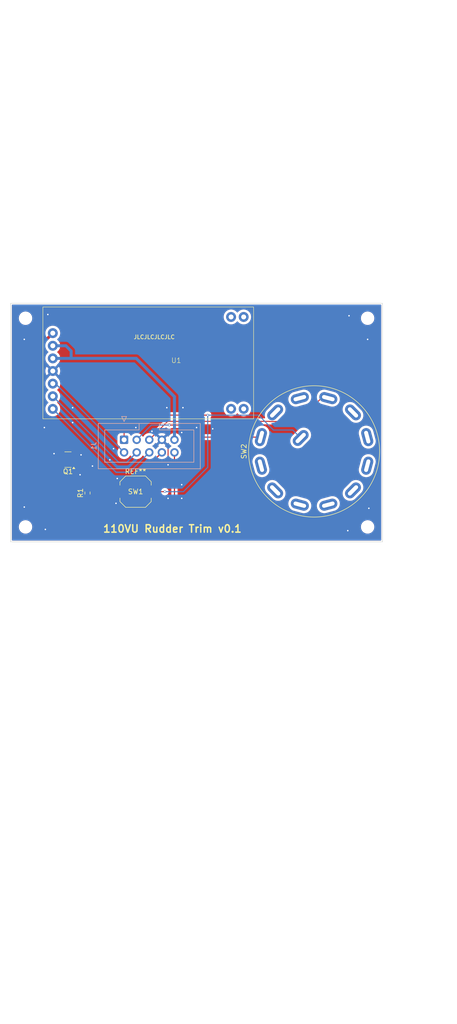
<source format=kicad_pcb>
(kicad_pcb (version 20240108) (generator "pcbnew") (generator_version "8.0")
  (layers (0 "F.Cu" signal) (31 "B.Cu" signal) (34 "B.Paste" user) (35 "F.Paste" user) (36 "B.SilkS" user "B.Silkscreen") (37 "F.SilkS" user "F.Silkscreen") (38 "B.Mask" user) (39 "F.Mask" user) (44 "Edge.Cuts" user))
  (net 0 "")
  (net 1 "+3V3")
  (net 2 "/Rudder Reset")
  (net 3 "/Trim Left")
  (net 4 "GND")
  (net 5 "/SPI_CS")
  (net 6 "/Trim Right")
  (net 7 "VBUS")
  (net 8 "/SPI_CLK")
  (net 9 "/SPI_DATA")
  (net 10 "/Display PWM")
  (net 11 "Net-(Q1-D)")
  (footprint "MountingHole:MountingHole_2.2mm_M2" (layer "F.Cu") (at 78 150)
    (property "Reference" "H4" (hide yes))
    (property "Value" "MountingHole")
    (pad "" np_thru_hole circle (at 0 0) (size 2.2 2.2) (drill 2.2) (layers "*.Cu" "*.Mask"))
  )
  (footprint "Package_TO_SOT_SMD:SOT-23" (layer "F.Cu") (at 86.5625 136.45 180)
    (property "Reference" "Q1" (at 0 -2.4 180) (layer "F.SilkS"))
    (property "Value" "SI2302")
    (fp_line (start 0 1.56) (end 0.65 1.56) (stroke (width 0.12)) (layer "F.SilkS"))
    (fp_line (start 0 1.56) (end -0.65 1.56) (stroke (width 0.12)) (layer "F.SilkS"))
    (fp_line (start 0 -1.56) (end 0.65 -1.56) (stroke (width 0.12)) (layer "F.SilkS"))
    (fp_line (start 0 -1.56) (end -0.65 -1.56) (stroke (width 0.12)) (layer "F.SilkS"))
    (fp_poly (pts (xy -1.1625 -1.51) (xy -1.4025 -1.84) (xy -0.9225 -1.84) (xy -1.1625 -1.51)) (stroke (width 0.12)) (fill solid) (layer "F.SilkS"))
    (pad "1" smd roundrect (at -0.9375 -0.95 180) (size 1.475 0.6) (layers "F.Cu" "F.Paste" "F.Mask") (net 10 "/Display PWM"))
    (pad "2" smd roundrect (at -0.9375 0.95 180) (size 1.475 0.6) (layers "F.Cu" "F.Paste" "F.Mask") (net 4 "GND"))
    (pad "3" smd roundrect (at 0.9375 0 180) (size 1.475 0.6) (layers "F.Cu" "F.Paste" "F.Mask") (net 11 "Net-(Q1-D)"))
  )
  (footprint "NiasStuff:C&K_Rotary_Switches" (layer "F.Cu") (at 136.2 134.8 90)
    (property "Reference" "SW2" (at 0 -14.14 -90) (layer "F.SilkS"))
    (property "Value" "SW_Rotary_1x12")
    (fp_circle (center 0 0) (end 0 13.215) (stroke (width 0.12)) (fill none) (layer "F.SilkS"))
    (pad "1" thru_hole oval (at 2.872891 -10.721776 345) (size 2 3.7) (drill oval 0.8 2.6) (layers "*.Cu" "*.Mask") (net 3 "/Trim Left"))
    (pad "2" thru_hole oval (at 7.848885 -7.848885 315) (size 2 3.7) (drill oval 0.8 2.6) (layers "*.Cu" "*.Mask"))
    (pad "3" thru_hole oval (at 10.721776 -2.872891 105) (size 2 3.7) (drill oval 0.8 2.6) (layers "*.Cu" "*.Mask"))
    (pad "4" thru_hole oval (at 10.721776 2.872891 75) (size 2 3.7) (drill oval 0.8 2.6) (layers "*.Cu" "*.Mask") (net 6 "/Trim Right"))
    (pad "5" thru_hole oval (at 7.848885 7.848885 45) (size 2 3.7) (drill oval 0.8 2.6) (layers "*.Cu" "*.Mask"))
    (pad "6" thru_hole oval (at 2.872891 10.721776 15) (size 2 3.7) (drill oval 0.8 2.6) (layers "*.Cu" "*.Mask"))
    (pad "7" thru_hole oval (at -2.872891 10.721776 345) (size 2 3.7) (drill oval 0.8 2.6) (layers "*.Cu" "*.Mask"))
    (pad "8" thru_hole oval (at -7.848885 7.848885 135) (size 2 3.7) (drill oval 0.8 2.6) (layers "*.Cu" "*.Mask"))
    (pad "9" thru_hole oval (at -10.721776 2.872891 105) (size 2 3.7) (drill oval 0.8 2.6) (layers "*.Cu" "*.Mask"))
    (pad "10" thru_hole oval (at -10.721776 -2.872891 75) (size 2 3.7) (drill oval 0.8 2.6) (layers "*.Cu" "*.Mask"))
    (pad "11" thru_hole oval (at -7.848885 -7.848885 45) (size 2 3.7) (drill oval 0.8 2.6) (layers "*.Cu" "*.Mask"))
    (pad "12" thru_hole oval (at -2.872891 -10.721776 15) (size 2 3.7) (drill oval 0.8 2.6) (layers "*.Cu" "*.Mask"))
    (pad "13" thru_hole oval (at 2.7 -2.7 135) (size 2 3.7) (drill oval 0.8 2.6) (layers "*.Cu" "*.Mask") (net 1 "+3V3"))
  )
  (footprint "MountingHole:MountingHole_2.2mm_M2" (layer "F.Cu") (at 147 150)
    (property "Reference" "H2" (hide yes))
    (property "Value" "MountingHole")
    (pad "" np_thru_hole circle (at 0 0) (size 2.2 2.2) (drill 2.2) (layers "*.Cu" "*.Mask"))
  )
  (footprint "Button_Switch_SMD:SW_Push_1TS009xxxx-xxxx-xxxx_6x6x5mm" (layer "F.Cu") (at 100.2 142.9)
    (property "Reference" "SW1" (at 0 0 0) (layer "F.SilkS"))
    (property "Value" "SW_Push")
    (fp_line (start -3.15 -1.981) (end -2 -3.15) (stroke (width 0.12)) (layer "F.SilkS"))
    (fp_line (start -3.15 -1.3) (end -3.15 -1.981) (stroke (width 0.12)) (layer "F.SilkS"))
    (fp_line (start -3.15 1.3) (end -3.15 2) (stroke (width 0.12)) (layer "F.SilkS"))
    (fp_line (start -3.15 2) (end -2 3.15) (stroke (width 0.12)) (layer "F.SilkS"))
    (fp_line (start -2 -3.15) (end 2 -3.15) (stroke (width 0.12)) (layer "F.SilkS"))
    (fp_line (start -2 3.15) (end 2 3.15) (stroke (width 0.12)) (layer "F.SilkS"))
    (fp_line (start 2 -3.15) (end 3.15 -2) (stroke (width 0.12)) (layer "F.SilkS"))
    (fp_line (start 2 3.15) (end 3.15 2) (stroke (width 0.12)) (layer "F.SilkS"))
    (fp_line (start 3.15 -2) (end 3.15 -1.3) (stroke (width 0.12)) (layer "F.SilkS"))
    (fp_line (start 3.15 2) (end 3.15 1.3) (stroke (width 0.12)) (layer "F.SilkS"))
    (fp_text user "REF**" (at 0 -4.064 0) (layer "F.SilkS"))
    (pad "1" smd roundrect (at -3 0) (size 2 2) (layers "F.Cu" "F.Paste" "F.Mask") (net 2 "/Rudder Reset"))
    (pad "2" smd roundrect (at 3 0) (size 2 2) (layers "F.Cu" "F.Paste" "F.Mask") (net 1 "+3V3"))
  )
  (footprint "Resistor_SMD:R_0603_1608Metric" (layer "F.Cu") (at 90.5 143.175 90)
    (property "Reference" "R1" (at 0 -1.43 -90) (layer "F.SilkS"))
    (property "Value" "5k1")
    (fp_line (start -0.237258 -0.5225) (end 0.237258 -0.5225) (stroke (width 0.12)) (layer "F.SilkS"))
    (fp_line (start -0.237258 0.5225) (end 0.237258 0.5225) (stroke (width 0.12)) (layer "F.SilkS"))
    (pad "1" smd roundrect (at -0.825 0 90) (size 0.8 0.95) (layers "F.Cu" "F.Paste" "F.Mask") (net 4 "GND"))
    (pad "2" smd roundrect (at 0.825 0 90) (size 0.8 0.95) (layers "F.Cu" "F.Paste" "F.Mask") (net 10 "/Display PWM"))
  )
  (footprint "MountingHole:MountingHole_2.2mm_M2" (layer "F.Cu") (at 78 108)
    (property "Reference" "H3" (hide yes))
    (property "Value" "MountingHole")
    (pad "" np_thru_hole circle (at 0 0) (size 2.2 2.2) (drill 2.2) (layers "*.Cu" "*.Mask"))
  )
  (footprint "Kav_Simulations:Rudder_Trim" (layer "F.Cu") (at 81.5 128.24)
    (property "Reference" "U1" (at 26.9 -11.75 0) (layer "F.SilkS") (effects (font (thickness 0.1))))
    (property "Value" "Rudder_Trim")
    (fp_rect (start 0 0) (end 42.5 -22.5) (stroke (width 0.1)) (fill none) (layer "F.SilkS"))
    (pad "" thru_hole circle (at 37.96 -20.5) (size 2 2) (drill 1) (layers "*.Cu" "*.Mask"))
    (pad "" thru_hole circle (at 37.96 -2) (size 2 2) (drill 1) (layers "*.Cu" "*.Mask"))
    (pad "" thru_hole circle (at 40.5 -20.5) (size 2 2) (drill 1) (layers "*.Cu" "*.Mask"))
    (pad "" thru_hole circle (at 40.5 -2) (size 2 2) (drill 1) (layers "*.Cu" "*.Mask"))
    (pad "1" thru_hole circle (at 2 -2) (size 2 2) (drill 1) (layers "*.Cu" "*.Mask") (net 5 "/SPI_CS"))
    (pad "2" thru_hole circle (at 2 -4.54) (size 2 2) (drill 1) (layers "*.Cu" "*.Mask") (net 8 "/SPI_CLK"))
    (pad "3" thru_hole circle (at 2 -7.08) (size 2 2) (drill 1) (layers "*.Cu" "*.Mask") (net 9 "/SPI_DATA"))
    (pad "4" thru_hole circle (at 2 -9.62) (size 2 2) (drill 1) (layers "*.Cu" "*.Mask") (net 4 "GND"))
    (pad "5" thru_hole circle (at 2 -12.16) (size 2 2) (drill 1) (layers "*.Cu" "*.Mask") (net 7 "VBUS"))
    (pad "6" thru_hole circle (at 2 -14.7) (size 2 2) (drill 1) (layers "*.Cu" "*.Mask") (net 7 "VBUS"))
    (pad "7" thru_hole circle (at 2 -17.24) (size 2 2) (drill 1) (layers "*.Cu" "*.Mask") (net 11 "Net-(Q1-D)"))
  )
  (footprint "MountingHole:MountingHole_2.2mm_M2" (layer "F.Cu") (at 147 108)
    (property "Reference" "H1" (hide yes))
    (property "Value" "MountingHole")
    (pad "" np_thru_hole circle (at 0 0) (size 2.2 2.2) (drill 2.2) (layers "*.Cu" "*.Mask"))
  )
  (footprint "Connector_IDC:IDC-Header_2x05_P2.54mm_Vertical" (layer "B.Cu") (at 97.88 132.46 -90)
    (property "Reference" "J1" (at 1.27 6.1 90) (layer "B.SilkS") (effects (justify mirror)))
    (property "Value" "Conn_02x05_Odd_Even")
    (fp_line (start -3.29 5.21) (end -3.29 -15.37) (stroke (width 0.12)) (layer "B.SilkS"))
    (fp_line (start 5.83 5.21) (end -3.29 5.21) (stroke (width 0.12)) (layer "B.SilkS"))
    (fp_line (start -1.98 3.91) (end -1.98 -3.03) (stroke (width 0.12)) (layer "B.SilkS"))
    (fp_line (start 4.52 3.91) (end -1.98 3.91) (stroke (width 0.12)) (layer "B.SilkS"))
    (fp_line (start -4.68 0.5) (end -3.68 0) (stroke (width 0.12)) (layer "B.SilkS"))
    (fp_line (start -3.68 0) (end -4.68 -0.5) (stroke (width 0.12)) (layer "B.SilkS"))
    (fp_line (start -4.68 -0.5) (end -4.68 0.5) (stroke (width 0.12)) (layer "B.SilkS"))
    (fp_line (start -1.98 -3.03) (end -3.29 -3.03) (stroke (width 0.12)) (layer "B.SilkS"))
    (fp_line (start -3.29 -7.13) (end -1.98 -7.13) (stroke (width 0.12)) (layer "B.SilkS"))
    (fp_line (start -1.98 -7.13) (end -1.98 -7.13) (stroke (width 0.12)) (layer "B.SilkS"))
    (fp_line (start -1.98 -7.13) (end -1.98 -14.07) (stroke (width 0.12)) (layer "B.SilkS"))
    (fp_line (start -1.98 -14.07) (end 4.52 -14.07) (stroke (width 0.12)) (layer "B.SilkS"))
    (fp_line (start 4.52 -14.07) (end 4.52 3.91) (stroke (width 0.12)) (layer "B.SilkS"))
    (fp_line (start -3.29 -15.37) (end 5.83 -15.37) (stroke (width 0.12)) (layer "B.SilkS"))
    (fp_line (start 5.83 -15.37) (end 5.83 5.21) (stroke (width 0.12)) (layer "B.SilkS"))
    (pad "1" thru_hole roundrect (at 0 0 270) (size 1.7 1.7) (drill 1) (layers "*.Cu" "*.Mask") (roundrect_rratio 0.147059) (net 1 "+3V3"))
    (pad "2" thru_hole circle (at 2.54 0 270) (size 1.7 1.7) (drill 1) (layers "*.Cu" "*.Mask") (net 9 "/SPI_DATA"))
    (pad "3" thru_hole circle (at 0 -2.54 270) (size 1.7 1.7) (drill 1) (layers "*.Cu" "*.Mask") (net 3 "/Trim Left"))
    (pad "4" thru_hole circle (at 2.54 -2.54 270) (size 1.7 1.7) (drill 1) (layers "*.Cu" "*.Mask") (net 8 "/SPI_CLK"))
    (pad "5" thru_hole circle (at 0 -5.08 270) (size 1.7 1.7) (drill 1) (layers "*.Cu" "*.Mask") (net 6 "/Trim Right"))
    (pad "6" thru_hole circle (at 2.54 -5.08 270) (size 1.7 1.7) (drill 1) (layers "*.Cu" "*.Mask") (net 5 "/SPI_CS"))
    (pad "7" thru_hole circle (at 0 -7.62 270) (size 1.7 1.7) (drill 1) (layers "*.Cu" "*.Mask") (net 4 "GND"))
    (pad "8" thru_hole circle (at 2.54 -7.62 270) (size 1.7 1.7) (drill 1) (layers "*.Cu" "*.Mask") (net 2 "/Rudder Reset"))
    (pad "9" thru_hole circle (at 0 -10.16 270) (size 1.7 1.7) (drill 1) (layers "*.Cu" "*.Mask") (net 7 "VBUS"))
    (pad "10" thru_hole circle (at 2.54 -10.16 270) (size 1.7 1.7) (drill 1) (layers "*.Cu" "*.Mask") (net 10 "/Display PWM"))
  )
  (gr_line (start 75 153) (end 75 105) (stroke (width 0.1)) (layer "Edge.Cuts"))
  (gr_line (start 75 105) (end 150 105) (stroke (width 0.1)) (layer "Edge.Cuts"))
  (gr_line (start 150 105) (end 150 153) (stroke (width 0.1)) (layer "Edge.Cuts"))
  (gr_line (start 150 153) (end 75 153) (stroke (width 0.1)) (layer "Edge.Cuts"))
  (gr_text "JLCJLCJLCJLC" (at 99.75 112.25 0) (layer "F.SilkS") (effects (font (size 0.8 0.8)) (justify left bottom)))
  (gr_text "110VU Rudder Trim v0.1" (at 93.5 151.25 0) (layer "F.SilkS") (effects (font (size 1.5 1.5) (thickness 0.3) (bold yes)) (justify left bottom)))
  (segment (start 97.88 131.12) (end 101.25 127.75) (width 0.2) (layer "F.Cu") (net 1))
  (segment (start 101.25 127.75) (end 101.5 127.5) (width 0.2) (layer "F.Cu") (net 1))
  (segment (start 106.1 142.9) (end 103.2 142.9) (width 0.2) (layer "F.Cu") (net 1))
  (segment (start 97.88 132.46) (end 97.88 131.12) (width 0.2) (layer "F.Cu") (net 1))
  (segment (start 101.5 127.5) (end 114.75 127.5) (width 0.2) (layer "F.Cu") (net 1))
  (via (at 106.1 142.9) (size 0.5) (drill 0.3) (layers "F.Cu" "B.Cu") (net 1))
  (via (at 114.75 127.5) (size 0.5) (drill 0.3) (layers "F.Cu" "B.Cu") (net 1))
  (segment (start 131.9 130.5) (end 133.5 132.1) (width 0.2) (layer "B.Cu") (net 1))
  (segment (start 114.75 138) (end 114.75 127.5) (width 0.2) (layer "B.Cu") (net 1))
  (segment (start 109.85 142.9) (end 114.75 138) (width 0.2) (layer "B.Cu") (net 1))
  (segment (start 125 127.5) (end 128 130.5) (width 0.2) (layer "B.Cu") (net 1))
  (segment (start 106.1 142.9) (end 109.85 142.9) (width 0.2) (layer "B.Cu") (net 1))
  (segment (start 114.75 127.5) (end 125 127.5) (width 0.2) (layer "B.Cu") (net 1))
  (segment (start 128 130.5) (end 131.9 130.5) (width 0.2) (layer "B.Cu") (net 1))
  (segment (start 105.5 135) (end 97.6 142.9) (width 0.25) (layer "F.Cu") (net 2))
  (segment (start 97.6 142.9) (end 97.2 142.9) (width 0.25) (layer "F.Cu") (net 2))
  (segment (start 107 129.5) (end 110.25 129.5) (width 0.2) (layer "F.Cu") (net 3))
  (segment (start 112.677109 131.927109) (end 125.478224 131.927109) (width 0.2) (layer "F.Cu") (net 3))
  (segment (start 110.25 129.5) (end 112.677109 131.927109) (width 0.2) (layer "F.Cu") (net 3))
  (via (at 107 129.5) (size 0.5) (drill 0.3) (layers "F.Cu" "B.Cu") (net 3))
  (segment (start 103.38 129.5) (end 100.42 132.46) (width 0.2) (layer "B.Cu") (net 3))
  (segment (start 107 129.5) (end 103.38 129.5) (width 0.2) (layer "B.Cu") (net 3))
  (segment (start 106.75 133.71) (end 106.75 137.5) (width 0.2) (layer "F.Cu") (net 4))
  (segment (start 105.5 132.46) (end 106.75 133.71) (width 0.2) (layer "F.Cu") (net 4))
  (via (at 96.5 140.25) (size 0.5) (drill 0.3) (layers "F.Cu" "B.Cu") (net 4))
  (via (at 77.75 112.25) (size 0.5) (drill 0.3) (layers "F.Cu" "B.Cu") (net 4))
  (via (at 109.5 131) (size 0.5) (drill 0.3) (layers "F.Cu" "B.Cu") (net 4))
  (via (at 109.5 141.5) (size 0.5) (drill 0.3) (layers "F.Cu" "B.Cu") (net 4))
  (via (at 95.75 134.25) (size 0.5) (drill 0.3) (layers "F.Cu" "B.Cu") (net 4))
  (via (at 106.75 137.5) (size 0.5) (drill 0.3) (layers "F.Cu" "B.Cu") (net 4))
  (via (at 77.75 146) (size 0.5) (drill 0.3) (layers "F.Cu" "B.Cu") (net 4))
  (via (at 109.75 126) (size 0.5) (drill 0.3) (layers "F.Cu" "B.Cu") (net 4))
  (via (at 91.5 137.75) (size 0.5) (drill 0.3) (layers "F.Cu" "B.Cu") (net 4))
  (via (at 143.25 107.5) (size 0.5) (drill 0.3) (layers "F.Cu" "B.Cu") (net 4))
  (via (at 100.25 130) (size 0.5) (drill 0.3) (layers "F.Cu" "B.Cu") (net 4))
  (via (at 87.5 126) (size 0.5) (drill 0.3) (layers "F.Cu" "B.Cu") (net 4))
  (via (at 82 150.5) (size 0.5) (drill 0.3) (layers "F.Cu" "B.Cu") (net 4))
  (via (at 143 150.75) (size 0.5) (drill 0.3) (layers "F.Cu" "B.Cu") (net 4))
  (via (at 83.75 135.25) (size 0.5) (drill 0.3) (layers "F.Cu" "B.Cu") (net 4))
  (via (at 96.25 145.25) (size 0.5) (drill 0.3) (layers "F.Cu" "B.Cu") (net 4))
  (via (at 106.5 126) (size 0.5) (drill 0.3) (layers "F.Cu" "B.Cu") (net 4))
  (via (at 81.8 130) (size 0.5) (drill 0.3) (layers "F.Cu" "B.Cu") (net 4))
  (via (at 87.5 129) (size 0.5) (drill 0.3) (layers "F.Cu" "B.Cu") (net 4))
  (via (at 103.5 130.75) (size 0.5) (drill 0.3) (layers "F.Cu" "B.Cu") (net 4))
  (via (at 109.5 144.25) (size 0.5) (drill 0.3) (layers "F.Cu" "B.Cu") (net 4))
  (via (at 89.2 135.5) (size 0.5) (drill 0.3) (layers "F.Cu" "B.Cu") (net 4))
  (via (at 89 139.5) (size 0.5) (drill 0.3) (layers "F.Cu" "B.Cu") (net 4))
  (via (at 106.75 144.25) (size 0.5) (drill 0.3) (layers "F.Cu" "B.Cu") (net 4))
  (via (at 115.75 130.25) (size 0.5) (drill 0.3) (layers "F.Cu" "B.Cu") (net 4))
  (via (at 82.5 107.25) (size 0.5) (drill 0.3) (layers "F.Cu" "B.Cu") (net 4))
  (via (at 95 136.5) (size 0.5) (drill 0.3) (layers "F.Cu" "B.Cu") (net 4))
  (via (at 147.25 146.25) (size 0.5) (drill 0.3) (layers "F.Cu" "B.Cu") (net 4))
  (via (at 147 112.25) (size 0.5) (drill 0.3) (layers "F.Cu" "B.Cu") (net 4))
  (via (at 112.5 130) (size 0.5) (drill 0.3) (layers "F.Cu" "B.Cu") (net 4))
  (segment (start 98.96 139) (end 96.26 139) (width 0.25) (layer "B.Cu") (net 5))
  (segment (start 96.26 139) (end 83.5 126.24) (width 0.25) (layer "B.Cu") (net 5))
  (segment (start 102.96 135) (end 98.96 139) (width 0.25) (layer "B.Cu") (net 5))
  (segment (start 132.970844 128.779156) (end 127.241834 128.779156) (width 0.2) (layer "F.Cu") (net 6))
  (segment (start 139.072891 124.078224) (end 137.671776 124.078224) (width 0.2) (layer "F.Cu") (net 6))
  (segment (start 106.67 128.75) (end 102.96 132.46) (width 0.2) (layer "F.Cu") (net 6))
  (segment (start 127.241834 128.779156) (end 127.212678 128.75) (width 0.2) (layer "F.Cu") (net 6))
  (segment (start 137.671776 124.078224) (end 132.970844 128.779156) (width 0.2) (layer "F.Cu") (net 6))
  (segment (start 127.212678 128.75) (end 106.67 128.75) (width 0.2) (layer "F.Cu") (net 6))
  (segment (start 83.5 113.54) (end 86.14 113.54) (width 0.6) (layer "B.Cu") (net 7))
  (segment (start 87.2 114.6) (end 87.2 116.08) (width 0.6) (layer "B.Cu") (net 7))
  (segment (start 108.04 132.46) (end 108.04 123.79) (width 0.6) (layer "B.Cu") (net 7))
  (segment (start 86.14 113.54) (end 87.2 114.6) (width 0.6) (layer "B.Cu") (net 7))
  (segment (start 108.04 123.79) (end 100.33 116.08) (width 0.6) (layer "B.Cu") (net 7))
  (segment (start 100.33 116.08) (end 87.2 116.08) (width 0.6) (layer "B.Cu") (net 7))
  (segment (start 87.2 116.08) (end 83.5 116.08) (width 0.6) (layer "B.Cu") (net 7))
  (segment (start 100.42 135) (end 98.42 137) (width 0.25) (layer "B.Cu") (net 8))
  (segment (start 96.8 137) (end 83.5 123.7) (width 0.25) (layer "B.Cu") (net 8))
  (segment (start 98.42 137) (end 96.8 137) (width 0.25) (layer "B.Cu") (net 8))
  (segment (start 84.04 121.16) (end 83.5 121.16) (width 0.25) (layer "B.Cu") (net 9))
  (segment (start 97.88 135) (end 84.04 121.16) (width 0.25) (layer "B.Cu") (net 9))
  (segment (start 108.04 135) (end 108.04 144.96) (width 0.25) (layer "F.Cu") (net 10))
  (segment (start 90.5 142.35) (end 90.5 138.5) (width 0.25) (layer "F.Cu") (net 10))
  (segment (start 90.5 138.5) (end 89.4 137.4) (width 0.25) (layer "F.Cu") (net 10))
  (segment (start 96 147) (end 91.35 142.35) (width 0.25) (layer "F.Cu") (net 10))
  (segment (start 106 147) (end 96 147) (width 0.25) (layer "F.Cu") (net 10))
  (segment (start 89.4 137.4) (end 87.5 137.4) (width 0.25) (layer "F.Cu") (net 10))
  (segment (start 108.04 144.96) (end 106 147) (width 0.25) (layer "F.Cu") (net 10))
  (segment (start 91.35 142.35) (end 90.5 142.35) (width 0.25) (layer "F.Cu") (net 10))
  (segment (start 80.6 134.4) (end 82.65 136.45) (width 0.6) (layer "F.Cu") (net 11))
  (segment (start 85.575 136.5) (end 85.625 136.45) (width 0.6) (layer "F.Cu") (net 11))
  (segment (start 83.5 111) (end 80.6 113.9) (width 0.6) (layer "F.Cu") (net 11))
  (segment (start 82.65 136.45) (end 85.625 136.45) (width 0.6) (layer "F.Cu") (net 11))
  (segment (start 80.6 113.9) (end 80.6 134.4) (width 0.6) (layer "F.Cu") (net 11))
  (zone (net 4) (net_name "GND") (layers "F&B.Cu") (connect_pads (clearance 0.5)) (min_thickness 0.25) (fill yes (thermal_gap 0.5) (thermal_bridge_width 0.5))
    (polygon (pts (xy 150 153) (xy 75 153) (xy 75 105) (xy 150 105)))
  )
)
</source>
